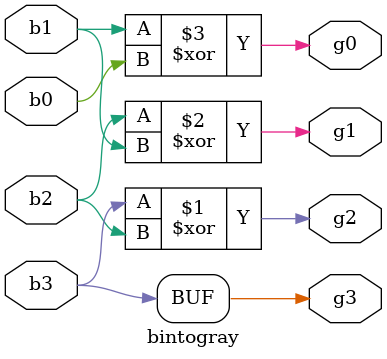
<source format=v>
module bintogray(
input b3, b2, b1, b0,
output g3, g2, g1, g0);

assign g3 = b3;
assign g2 = b3 ^ b2;
assign g1 = b2 ^ b1;
assign g0 = b1 ^ b0;
endmodule

</source>
